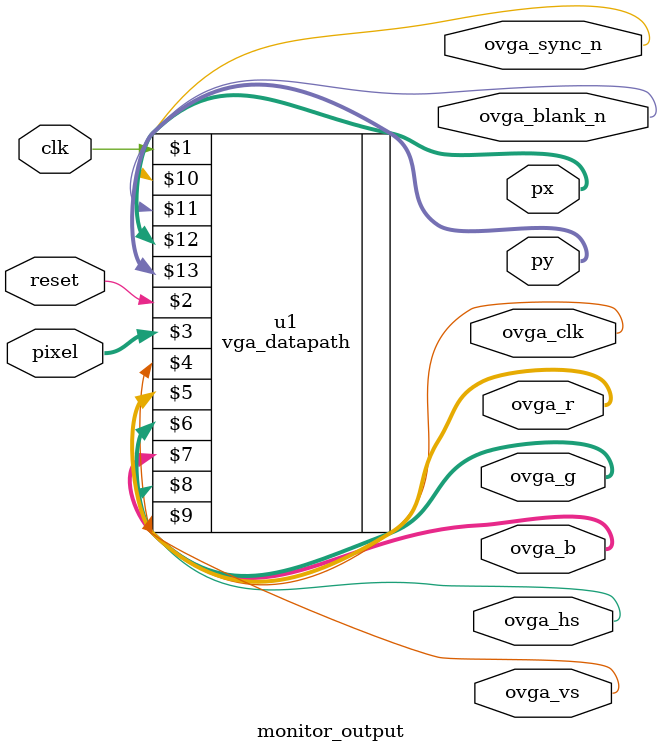
<source format=v>
module monitor_output(clk, reset, pixel, ovga_clk, ovga_r, ovga_g, ovga_b,
	ovga_hs, ovga_vs, ovga_sync_n, ovga_blank_n, px, py);
	
	input clk, reset;
	input [23:0] pixel;
	output ovga_clk;
	output [7:0] ovga_r, ovga_g, ovga_b;
	output ovga_hs, ovga_vs;
	output ovga_sync_n;
	output ovga_blank_n;
	output [9:0] px, py;
	
	vga_datapath u1 (clk, reset, pixel, ovga_clk, ovga_r, ovga_g, ovga_b,
		ovga_hs, ovga_vs, ovga_sync_n, ovga_blank_n, px, py);
		
endmodule

</source>
